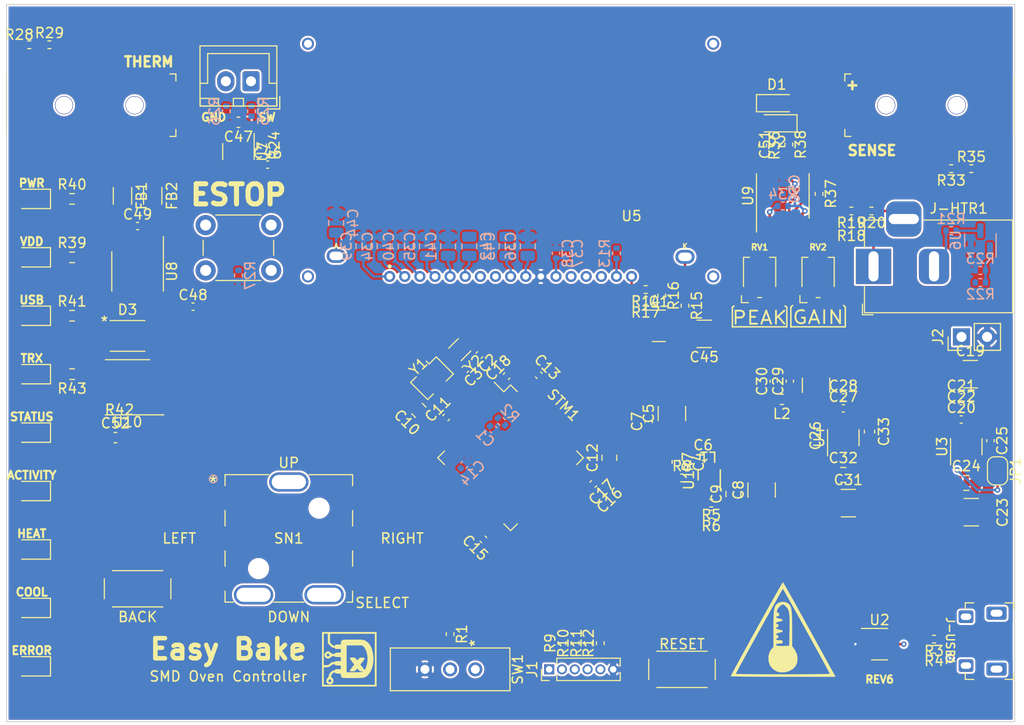
<source format=kicad_pcb>
(kicad_pcb (version 20221018) (generator pcbnew)
  (title_block (title "EasyBake") (rev "6") (company "Daxxn Induxtries"))
  (layers (0 "F.Cu" signal) (31 "B.Cu" signal) (34 "B.Paste" user) (35 "F.Paste" user) (36 "B.SilkS" user "B.Silkscreen") (37 "F.SilkS" user "F.Silkscreen") (38 "B.Mask" user) (39 "F.Mask" user) (44 "Edge.Cuts" user))
  (property "DCPL-CAP" "100nF")
  (property "PULLUP-RES" "10K")
  (net 0 "")
  (net 1 "VBUS")
  (net 2 "/USBIN-")
  (net 3 "/USBIN+")
  (net 4 "GND")
  (net 5 "/TX-IND")
  (net 6 "SPI-SCLK")
  (net 7 "SPI-COPI")
  (net 8 "SPI-CIPO")
  (net 9 "RESET")
  (net 10 "VCC")
  (net 11 "Net-(STM1C-PC14)")
  (net 12 "/IND-OE")
  (net 13 "Net-(STM1C-PC15)")
  (net 14 "Net-(U1-FB)")
  (net 15 "VDDA")
  (net 16 "Net-(U3-BP)")
  (net 17 "Net-(U4-OUT)")
  (net 18 "Net-(U4-BP)")
  (net 19 "/IND-LE")
  (net 20 "Net-(FB1-Pad2)")
  (net 21 "Net-(FB2-Pad2)")
  (net 22 "Net-(Q1-D)")
  (net 23 "Net-(C47-Pad1)")
  (net 24 "VDD")
  (net 25 "Net-(U5-V_{0})")
  (net 26 "Net-(U5-V_{1})")
  (net 27 "Net-(U5-V_{2})")
  (net 29 "Net-(U5-V_{3})")
  (net 30 "Net-(U5-V_{4})")
  (net 31 "Net-(J-SENSE1-PadS)")
  (net 32 "Net-(U5-V_{OUT})")
  (net 33 "Net-(U5-C2-)")
  (net 34 "Net-(U5-C2+)")
  (net 35 "Net-(U5-C1+)")
  (net 36 "Net-(U5-C1-)")
  (net 37 "Net-(J-ESTOP1-Pin_1)")
  (net 38 "Net-(D-USB1-K)")
  (net 39 "Net-(D-VCC1-K)")
  (net 40 "/ESTOP-SW")
  (net 41 "/DISP-A0")
  (net 42 "/CURR-SENSE-SW")
  (net 43 "Net-(U8-T+)")
  (net 44 "Net-(U8-T-)")
  (net 45 "/HTR-PWM")
  (net 46 "/HTR-SW")
  (net 47 "/DISP-BK-PWM")
  (net 48 "Net-(U6-D)")
  (net 49 "Net-(D2-K)")
  (net 50 "/CURR-PEAK")
  (net 51 "/CURR-SENSE")
  (net 52 "Net-(J-SENSE1-PadSW)")
  (net 53 "Net-(J-USB1-D-)")
  (net 54 "Net-(J-USB1-D+)")
  (net 56 "Net-(J-HTR1-Pad1)")
  (net 57 "Net-(D-VDD1-K)")
  (net 58 "Net-(D1-K)")
  (net 59 "Net-(D1-A)")
  (net 60 "/Indicators/IND-ACT")
  (net 61 "/Indicators/IND-COOL")
  (net 62 "/Indicators/IND-ERR")
  (net 63 "/Indicators/IND-HEAT")
  (net 64 "/Indicators/IND-STATUS")
  (net 65 "/Indicators/IND-RED")
  (net 66 "/Indicators/IND-GREEN")
  (net 67 "/Indicators/IND-BLUE")
  (net 68 "Net-(J-ESTOP1-Pin_2)")
  (net 69 "Net-(J-HTR1-Pad2)")
  (net 70 "Net-(U5-LED-)")
  (net 71 "Net-(U6-G)")
  (net 72 "Net-(U10-R-EXT)")
  (net 73 "Net-(SW-ESTOP1-A)")
  (net 75 "Net-(D-TX1-K)")
  (net 76 "Net-(J-HTR1-Pad3)")
  (net 77 "Net-(U9B-+)")
  (net 78 "Net-(J-THERM1-PadSW)")
  (net 80 "Net-(U1-LX)")
  (net 81 "Net-(Q1-G)")
  (net 82 "Net-(STM1B-BOOT0)")
  (net 83 "Net-(SW1-B)")
  (net 84 "/MAIN-PG")
  (net 85 "Net-(U1-EN)")
  (net 86 "Net-(J1-Pin_2)")
  (net 87 "Net-(J1-Pin_3)")
  (net 88 "/SWCLK")
  (net 89 "Net-(J1-Pin_4)")
  (net 90 "/SWDIO")
  (net 91 "Net-(J1-Pin_5)")
  (net 92 "/SWO")
  (net 93 "/DISP-~{RESET}")
  (net 94 "/DISP-~{CS}")
  (net 95 "/THERM-SW")
  (net 96 "/THERM-~{CS}")
  (net 97 "/CURR-BIAS")
  (net 98 "Net-(U9B--)")
  (net 99 "Net-(U9A-+)")
  (net 100 "/MENU-LEFT")
  (net 101 "/MENU-SELECT")
  (net 102 "/MENU-UP")
  (net 103 "/MENU-RIGHT")
  (net 104 "/MENU-DOWN")
  (net 106 "Net-(STM1B-OSC-IN)")
  (net 107 "Net-(STM1B-OSC-OUT)")
  (net 112 "DISP-SPI-SCLK")
  (net 113 "DISP-SPI-COPI")
  (net 115 "/MENU-BACK")
  (net 126 "Net-(JP1-A)")
  (footprint "Capacitor_SMD:C_0603_1608Metric" (layer "F.Cu") (at 100.6 62.4 -90)
    (fp_text reference "C33")
    (fp_text value "470pF")
  )
  (footprint "Inductor_SMD:L_0603_1608Metric" (layer "F.Cu") (at 91.899999 59.2 180)
    (fp_text reference "L2")
    (fp_text value "100nH")
  )
  (footprint "Capacitor_SMD:C_0402_1005Metric" (layer "F.Cu") (at 78.7 61.4 90)
    (fp_text reference "C7")
    (fp_text value "100nF")
  )
  (footprint "Capacitor_SMD:C_0402_1005Metric" (layer "F.Cu") (at 84.1 64.9)
    (fp_text reference "C6")
    (fp_text value "100nF")
  )
  (footprint "Resistor_SMD:R_0402_1005Metric" (layer "F.Cu") (at 72.7 83.4 90)
    (fp_text reference "R11")
    (fp_text value "22")
  )
  (footprint "Package_SO:TSSOP-16_4.4x5mm_P0.65mm" (layer "F.Cu") (at 27 58 180)
    (fp_text reference "U10")
    (fp_text value "STP08CP05")
  )
  (footprint "Capacitor_SMD:C_0402_1005Metric" (layer "F.Cu") (at 64.6 56.9 45)
    (fp_text reference "C18")
    (fp_text value "100nF")
  )
  (footprint "Resistor_SMD:R_0402_1005Metric" (layer "F.Cu") (at 108.7 36.3 180)
    (fp_text reference "R33")
    (fp_text value "10K")
  )
  (footprint "Daxxn_Displays:NHD-C12832A1Z" (layer "F.Cu") (at 65 47)
    (fp_text reference "U5")
    (fp_text value "NHD-C12832A1Z")
  )
  (footprint "Daxxn_Connectors:SJ-43515RS-SMT-TR" (layer "F.Cu") (at 113.755 30 180)
    (fp_text reference "J-SENSE1" hide)
    (fp_text value "SJ-43515RS-SMT-TR")
  )
  (footprint "Capacitor_SMD:C_0402_1005Metric" (layer "F.Cu") (at 61.9 54.8 -135)
    (fp_text reference "C2")
    (fp_text value "15pF")
  )
  (footprint "LED_SMD:LED_0805_2012Metric_Pad1.15x1.40mm_HandSolder" (layer "F.Cu") (at 17.5 62.5 180)
    (fp_text reference "D-STA1" hide)
    (fp_text value "YELLOW")
  )
  (footprint "Resistor_SMD:R_0402_1005Metric" (layer "F.Cu") (at 110.7 36.3)
    (fp_text reference "R35")
    (fp_text value "100")
  )
  (footprint "Daxxn_Passives:Resonator_SMD_3Pin_3.0x1.1mm" (layer "F.Cu") (at 57.2 57.1 -135)
    (fp_text reference "Y1")
    (fp_text value "16MHz")
  )
  (footprint "Resistor_SMD:R_0402_1005Metric" (layer "F.Cu") (at 92.6 33.9 -90)
    (fp_text reference "R38")
    (fp_text value "10K")
  )
  (footprint "Capacitor_SMD:C_1210_3225Metric" (layer "F.Cu") (at 84.2 52.7 180)
    (fp_text reference "C45")
    (fp_text value "10uF")
  )
  (footprint "Jumper:SolderJumper-2_P1.3mm_Open_RoundedPad1.0x1.5mm" (layer "F.Cu") (at 113.3 66.3 -90)
    (fp_text reference "JP1")
    (fp_text value "USB-PWR-EN")
  )
  (footprint "Resistor_SMD:R_0402_1005Metric" (layer "F.Cu") (at 78.4 49.4 180)
    (fp_text reference "R17")
    (fp_text value "1K")
  )
  (footprint "Resistor_SMD:R_0402_1005Metric" (layer "F.Cu") (at 73.9 83.4 90)
    (fp_text reference "R12")
    (fp_text value "22")
  )
  (footprint "Package_TO_SOT_SMD:SOT-23-5" (layer "F.Cu") (at 38 34.6 -90)
    (fp_text reference "U7")
    (fp_text value "SN74LVC1G32")
  )
  (footprint "Diode_SMD:D_SOD-323_HandSoldering" (layer "F.Cu") (at 91.4 29.8)
    (fp_text reference "D1")
    (fp_text value "General")
  )
  (footprint "Resistor_SMD:R_0402_1005Metric" (layer "F.Cu") (at 107 84 180)
    (fp_text reference "R4")
    (fp_text value "22")
  )
  (footprint "Daxxn_Connectors:USB-10103594" (layer "F.Cu") (at 113.2 83.2 90)
    (fp_text reference "J-USB1")
    (fp_text value "USB_B_Micro")
  )
  (footprint "Capacitor_SMD:C_0402_1005Metric" (layer "F.Cu") (at 74 68.4 -135)
    (fp_text reference "C16")
    (fp_text value "100nF")
  )
  (footprint "Capacitor_SMD:C_0402_1005Metric" (layer "F.Cu") (at 73.2 67.6 -135)
    (fp_text reference "C17")
    (fp_text value "100nF")
  )
  (footprint "Capacitor_SMD:C_0805_2012Metric" (layer "F.Cu") (at 74.8 65 90)
    (fp_text reference "C12")
    (fp_text value "4.7uF")
  )
  (footprint "Package_TO_SOT_SMD:SOT-23-5" (layer "F.Cu") (at 98 63 90)
    (fp_text reference "U4")
    (fp_text value "MIC5219-3.3YM5")
  )
  (footprint "Capacitor_SMD:C_0402_1005Metric" (layer "F.Cu") (at 60.5 56.2 -135)
    (fp_text reference "C3")
    (fp_text value "15pF")
  )
  (footprint "Resistor_SMD:R_0402_1005Metric" (layer "F.Cu") (at 40.4 34 -90)
    (fp_text reference "R24")
    (fp_text value "10K")
  )
  (footprint "Resistor_SMD:R_0402_1005Metric" (layer "F.Cu") (at 26.2 61.4)
    (fp_text reference "R42")
    (fp_text value "2K")
  )
  (footprint "Package_QFP:LQFP-64_10x10mm_P0.5mm" (layer "F.Cu") (at 65 65 -45)
    (fp_text reference "STM1")
    (fp_text value "STM32F303RCT6TR")
  )
  (footprint "Resistor_SMD:R_0402_1005Metric" (layer "F.Cu") (at 71.4 83.4 90)
    (fp_text reference "R10")
    (fp_text value "22")
  )
  (footprint "Package_DFN_QFN:DFN-6-1EP_2x2mm_P0.65mm_EP1x1.6mm" (layer "F.Cu") (at 84.7 67.2 90)
    (fp_text reference "U1")
    (fp_text value "AP3401")
  )
  (footprint "Capacitor_SMD:C_0402_1005Metric" (layer "F.Cu") (at 91.1 57.4 90)
    (fp_text reference "C30")
    (fp_text value "100nF")
  )
  (footprint "Daxxn_Passives:LQH3NPN" (layer "F.Cu") (at 84.6 62.7 180)
    (fp_text reference "L1")
    (fp_text value "2.2uF")
  )
  (footprint "Capacitor_SMD:C_0805_2012Metric" (layer "F.Cu") (at 87.1 68.6 90)
    (fp_text reference "C9")
    (fp_text value "1uF")
  )
  (footprint "Capacitor_SMD:C_0402_1005Metric" (layer "F.Cu") (at 109.7 61.2)
    (fp_text reference "C20")
    (fp_text value "100nF")
  )
  (footprint "Resistor_SMD:R_0402_1005Metric" (layer "F.Cu") (at 82 67)
    (fp_text reference "R8")
    (fp_text value "100K")
  )
  (footprint "Resistor_SMD:R_0402_1005Metric" (layer "F.Cu") (at 80 48.9 -90)
    (fp_text reference "R16")
    (fp_text value "10K")
  )
  (footprint "Capacitor_SMD:C_0402_1005Metric" (layer "F.Cu") (at 28 42)
    (fp_text reference "C49")
    (fp_text value "10nF")
  )
  (footprint "Button_Switch_THT:SW_PUSH_6mm_H8mm" (layer "F.Cu") (at 41.25 46.4 180)
    (fp_text reference "SW-ESTOP1" hide)
    (fp_text value "SW_SPST")
  )
  (footprint "Daxxn_Switches:TL3365AF180QG" (layer "F.Cu") (at 82 86 180)
    (fp_text reference "SW-RESET1" hide)
    (fp_text value "SW_SPST")
  )
  (footprint "Resistor_SMD:R_0402_1005Metric" (layer "F.Cu") (at 90 34 -90)
    (fp_text reference "R36")
    (fp_text value "10K")
  )
  (footprint "Daxxn_Passives:Crystal_SMD_3215-2Pin_3.2x1.5mm" (layer "F.Cu") (at 59.958579 54.258579 -135)
    (fp_text reference "Y2")
    (fp_text value "32.7KHz")
  )
  (footprint "Capacitor_SMD:C_0805_2012Metric" (layer "F.Cu") (at 55.9 60.3 135)
    (fp_text reference "C10")
    (fp_text value "1uF")
  )
  (footprint "Capacitor_SMD:C_0603_1608Metric" (layer "F.Cu") (at 25.8 63)
    (fp_text reference "C52")
    (fp_text value "100nF")
  )
  (footprint "LED_SMD:LED_0805_2012Metric_Pad1.15x1.40mm_HandSolder" (layer "F.Cu") (at 17.5 68.3 180)
    (fp_text reference "D-ACT1" hide)
    (fp_text value "GREEN")
  )
  (footprint "LED_SMD:LED_0805_2012Metric_Pad1.15x1.40mm_HandSolder" (layer "F.Cu") (at 17.5 56.7 180)
    (fp_text reference "D-TX1")
    (fp_text value "YELLOW")
  )
  (footprint "Capacitor_SMD:C_0402_1005Metric" (layer "F.Cu") (at 82.5 65.4 -90)
    (fp_text reference "C4")
    (fp_text value "22pF")
  )
  (footprint "Resistor_SMD:R_0402_1005Metric" (layer "F.Cu") (at 84.9 70.6 180)
    (fp_text reference "R6")
    (fp_text value "10K")
  )
  (footprint "Capacitor_SMD:C_0402_1005Metric" (layer "F.Cu") (at 112.6 63.3 -90)
    (fp_text reference "C25")
    (fp_text value "470pF")
  )
  (footprint "LED_SMD:LED_0805_2012Metric_Pad1.15x1.40mm_HandSolder" (layer "F.Cu") (at 17.5 50.9 180)
    (fp_text reference "D-USB1" hide)
    (fp_text value "YELLOW")
  )
  (footprint "LED_SMD:LED_0805_2012Metric_Pad1.15x1.40mm_HandSolder" (layer "F.Cu") (at 17.5 79.9 180)
    (fp_text reference "D-COOL1" hide)
    (fp_text value "BLUE")
  )
  (footprint "Daxxn_Switches:JS5208" (layer "F.Cu") (at 43 73)
    (fp_text reference "SN1")
    (fp_text value "JS5208")
  )
  (footprint "Package_SO:SO-8_3.9x4.9mm_P1.27mm" (layer "F.Cu") (at 28 46.5 -90)
    (fp_text reference "U8")
    (fp_text value "MAX31855_SO8")
  )
  (footprint "Capacitor_SMD:C_1210_3225Metric" (layer "F.Cu") (at 81 60.6 90)
    (fp_text reference "C5")
    (fp_text value "10uF")
  )
  (footprint "Package_TO_SOT_SMD:SOT-23-6" (layer "F.Cu") (at 101.6 83.5)
    (fp_text reference "U2")
    (fp_text value "USBLC6-2SC6")
  )
  (footprint "Resistor_SMD:R_0402_1005Metric" (layer "F.Cu") (at 17.255 24 180)
    (fp_text reference "R28")
    (fp_text value "10K")
  )
  (footprint "Resistor_SMD:R_0402_1005Metric" (layer "F.Cu") (at 100.8 40.5 180)
    (fp_text reference "R20")
    (fp_text value "100")
  )
  (footprint "Resistor_SMD:R_0402_1005Metric" (layer "F.Cu") (at 95.6 38.8 -90)
    (fp_text reference "R37")
    (fp_text value "1K")
  )
  (footprint "Diode_SMD:D_SOD-323_HandSoldering" (layer "F.Cu") (at 91.4 31.800001 180)
    (fp_text reference "D2")
    (fp_text value "General")
  )
  (footprint "Capacitor_SMD:C_0402_1005Metric" (layer "F.Cu") (at 62.3 73.1 135)
    (fp_text reference "C15")
    (fp_text value "100nF")
  )
  (footprint "Resistor_SMD:R_0603_1608Metric" (layer "F.Cu") (at 21.5 56.7 180)
    (fp_text reference "R43")
    (fp_text value "330")
  )
  (footprint "Daxxn_Connectors:BarrelJack_Horizontal" (layer "F.Cu") (at 101 46 180)
    (fp_text reference "J-HTR1")
    (fp_text value "Barrel_Jack_Switch")
  )
  (footprint "Resistor_SMD:R_0603_1608Metric" (layer "F.Cu") (at 21.5 50.9)
    (fp_text reference "R41")
    (fp_text value "1K")
  )
  (footprint "Inductor_SMD:L_1206_3216Metric" (layer "F.Cu") (at 26.5 39 90)
    (fp_text reference "FB1")
    (fp_text value "FerriteBead")
  )
  (footprint "Resistor_SMD:R_0402_1005Metric" (layer "F.Cu") (at 81.4 65.4 -90)
    (fp_text reference "R7")
    (fp_text value "430K")
  )
  (footprint "Capacitor_SMD:C_0805_2012Metric" (layer "F.Cu") (at 98 66.7)
    (fp_text reference "C32")
    (fp_text value "1uF")
  )
  (footprint "Resistor_SMD:R_0402_1005Metric" (layer "F.Cu") (at 70.1 83.4 90)
    (fp_text reference "R9")
    (fp_text value "22")
  )
  (footprint "Capacitor_SMD:C_0402_1005Metric" (layer "F.Cu") (at 98 59)
    (fp_text reference "C28")
    (fp_text value "100nF")
  )
  (footprint "LED_SMD:LED_0805_2012Metric_Pad1.15x1.40mm_HandSolder" (layer "F.Cu") (at 17.5 85.7 180)
    (fp_text reference "D-ERR1" hide)
    (fp_text value "RED")
  )
  (footprint "Daxxn_Switches:Bourns_TC33X" (layer "F.Cu") (at 95.5 47 90)
    (fp_text reference "RV2")
    (fp_text value "50K")
  )
  (footprint "Daxxn_Switches:EG1218" (layer "F.Cu") (at 61.5 86 -90)
    (fp_text reference "SW1")
    (fp_text value "BOOT")
  )
  (footprint "Resistor_SMD:R_0402_1005Metric" (layer "F.Cu") (at 19.255 24)
    (fp_text reference "R29")
    (fp_text value "100")
  )
  (footprint "Capacitor_SMD:C_0402_1005Metric" (layer "F.Cu") (at 67.8 56.8 -45)
    (fp_text reference "C13")
    (fp_text value "100nF")
  )
  (footprint "Capacitor_SMD:C_1210_3225Metric" (layer "F.Cu") (at 89.9 68.2 90)
    (fp_text reference "C8")
    (fp_text value "10uF")
  )
  (footprint "Inductor_SMD:L_1206_3216Metric" (layer "F.Cu") (at 29.5 39 90)
    (fp_text reference "FB2")
    (fp_text value "FerriteBead")
  )
  (footprint "Capacitor_SMD:C_1210_3225Metric" (layer "F.Cu") (at 110.699999 70.4)
    (fp_text reference "C23")
    (fp_text value "10uF")
  )
  (footprint "Capacitor_SMD:C_0603_1608Metric" (layer "F.Cu") (at 38 31.7 180)
    (fp_text reference "C47")
    (fp_text value "1uF")
  )
  (footprint "Capacitor_SMD:C_0402_1005Metric" (layer "F.Cu") (at 109.7 60.1)
    (fp_text reference "C22")
    (fp_text value "100nF")
  )
  (footprint "Daxxn_Logos_Art:Thermometer_N" (layer "F.Cu") (at 92 82)
    (fp_text reference "G***" hide)
    (fp_text value "LOGO" hide)
  )
  (footprint "Capacitor_SMD:C_0402_1005Metric" (layer "F.Cu") (at 109.7 59)
    (fp_text reference "C21")
    (fp_text value "100nF")
  )
  (footprint "Resistor_SMD:R_0402_1005Metric" (layer "F.Cu") (at 107 83 180)
    (fp_text reference "R3")
    (fp_text value "22")
  )
  (footprint "LED_SMD:LED_0805_2012Metric_Pad1.15x1.40mm_HandSolder" (layer "F.Cu") (at 17.5 39.3 180)
    (fp_text reference "D-VCC1")
    (fp_text value "YELLOW")
  )
  (footprint "Capacitor_SMD:C_0402_1005Metric" (layer "F.Cu") (at 92.7 57.4 90)
    (fp_text reference "C29")
    (fp_text value "100nF")
  )
  (footprint "Package_SO:TSSOP-14_4.4x5mm_P0.65mm" (layer "F.Cu") (at 92 39 90)
    (fp_text reference "U9")
    (fp_text value "LM324")
  )
  (footprint "Daxxn_Switches:Bourns_TC33X" (layer "F.Cu") (at 89.7 47 90)
    (fp_text reference "RV1")
    (fp_text value "10K")
  )
  (footprint "Capacitor_SMD:C_0402_1005Metric" (layer "F.Cu") (at 33.5 50)
    (fp_text reference "C48")
    (fp_text value "100nF")
  )
  (footprint "Resistor_SMD:R_0402_1005Metric" (layer "F.Cu") (at 98.8 40.5 180)
    (fp_text reference "R19")
    (fp_text value "10K")
  )
  (footprint "Daxxn_Logos_Art:Daxxn_Logo_S" (layer "F.Cu") (at 49 85)
    (fp_text reference "G***" hide)
    (fp_text value "LOGO" hide)
  )
  (footprint "Capacitor_SMD:C_1210_3225Metric" (layer "F.Cu") (at 95.3 57.8 90)
    (fp_text reference "C26")
    (fp_text value "10uF")
  )
  (footprint "Daxxn_LEDs:IN-P32TATRGB" (layer "F.Cu") (at 27 52.9)
    (fp_text reference "D3")
    (fp_text value "LED_RGBA")
  )
  (footprint "Package_TO_SOT_SMD:SOT-23" (layer "F.Cu") (at 79.7 51.9)
    (fp_text reference "Q1")
    (fp_text value "SQ2310ES_SOT23")
  )
  (footprint "Capacitor_SMD:C_0805_2012Metric" (layer "F.Cu") (at 110.2 67.499999)
    (fp_text reference "C24")
    (fp_text value "1uF")
  )
  (footprint "Resistor_SMD:R_0402_1005Metric" (layer "F.Cu") (at 82.3 49.9 -90)
    (fp_text reference "R15")
    (fp_text value "100")
  )
  (footprint "Connector_PinHeader_1.27mm:PinHeader_1x06_P1.27mm_Vertical" (layer "F.Cu") (at 68.825 86 90)
    (fp_text reference "J1")
    (fp_text value "SWD")
  )
  (footprint "Connector_PinHeader_2.54mm:PinHeader_1x02_P2.54mm_Vertical" (layer "F.Cu") (at 109.725 53 90)
    (fp_text reference "J2")
    (fp_text value "PWR")
  )
  (footprint "Resistor_SMD:R_0603_1608Metric" (layer "F.Cu") (at 21.5 39.3)
    (fp_text reference "R40")
    (fp_text value "1K")
  )
  (footprint "Resistor_SMD:R_0603_1608Metric" (layer "F.Cu") (at 21.5 45.1)
    (fp_text reference "R39")
    (fp_text value "330")
  )
  (footprint "Package_TO_SOT_SMD:SOT-23-5" (layer "F.Cu") (at 110.2 63.9 90)
    (fp_text reference "U3")
    (fp_text value "MIC5219-5.0YM5")
  )
  (footprint "Daxxn_Switches:TL3365AF180QG" (layer "F.Cu") (at 28 78)
    (fp_text reference "SW-M-BK1" hide)
    (fp_text value "SW_SPST")
  )
  (footprint "Resistor_SMD:R_0402_1005Metric" (layer "F.Cu") (at 59 82.5 -90)
    (fp_text reference "R1")
    (fp_text value "10K")
  )
  (footprint "Capacitor_SMD:C_0402_1005Metric" (layer "F.Cu") (at 58.6 61 45)
    (fp_text reference "C11")
    (fp_text value "10nF")
  )
  (footprint "Connector_JST:JST_XH_B2B-XH-A_1x02_P2.50mm_Vertical" (layer "F.Cu") (at 39.25 27.625 180)
    (fp_text reference "J-ESTOP1" hide)
    (fp_text value "Conn_01x02")
  )
  (footprint "Capacitor_SMD:C_1210_3225Metric" (layer "F.Cu") (at 98.5 69.5)
    (fp_text reference "C31")
    (fp_text value "10uF")
  )
  (footprint "Capacitor_SMD:C_0402_1005Metric" (layer "F.Cu") (at 98 60.1)
    (fp_text reference "C27")
    (fp_text value "100nF")
  )
  (footprint "Capacitor_SMD:C_0402_1005Metric" (layer "F.Cu") (at 40.9 35.9)
    (fp_text reference "C46")
    (fp_text value "100nF")
  )
  (footprint "Daxxn_Connectors:SJ-43515RS-SMT-TR" (layer "F.Cu") (at 16.2 30)
    (fp_text reference "J-THERM1" hide)
    (fp_text value "SJ-43515RS-SMT-TR")
  )
  (footprint "Resistor_SMD:R_0402_1005Metric" (layer "F.Cu") (at 84.9 69.5 180)
    (fp_text reference "R5")
    (fp_text value "10K")
  )
  (footprint "LED_SMD:LED_0805_2012Metric_Pad1.15x1.40mm_HandSolder" (layer "F.Cu") (at 17.5 45.1 180)
    (fp_text reference "D-VDD1")
    (fp_text value "YELLOW")
  )
  (footprint "Capacitor_SMD:C_0402_1005Metric" (layer "F.Cu") (at 91.4 33.9 90)
    (fp_text reference "C51")
    (fp_text value "100nF")
  )
  (footprint "LED_SMD:LED_0805_2012Metric_Pad1.15x1.40mm_HandSolder" (layer "F.Cu") (at 17.5 74.1 180)
    (fp_text reference "D-HEAT1" hide)
    (fp_text value "ORANGE")
  )
  (footprint "Resistor_SMD:R_0402_1005Metric" (layer "F.Cu") (at 78.4 48.3 180)
    (fp_text reference "R14")
    (fp_text value "10K")
  )
  (footprint "Resistor_SMD:R_0402_1005Metric" (layer "F.Cu") (at 98.8 41.8 180)
    (fp_text reference "R18")
    (fp_text value "100")
  )
  (footprint "Capacitor_SMD:C_1210_3225Metric" (layer "F.Cu") (at 110.6 56.7)
    (fp_text reference "C19")
    (fp_text value "10uF")
  )
  (footprint "Capacitor_SMD:C_0805_2012Metric" (layer "B.Cu") (at 50.4 44 -90)
    (fp_text reference "C39")
    (fp_text value "1uF")
  )
  (footprint "Capacitor_SMD:C_0402_1005Metric" (layer "B.Cu") (at 60.4 65.7 45)
    (fp_text reference "C14")
    (fp_text value "100nF")
  )
  (footprint "Package_TO_SOT_SMD:SOT-23" (layer "B.Cu") (at 111.6 43.4 90)
    (fp_text reference "U6")
    (fp_text value "SQ2310ES_SOT23")
  )
  (footprint "Capacitor_SMD:C_0805_2012Metric" (layer "B.Cu") (at 52.5 44 -90)
    (fp_text reference "C34")
    (fp_text value "1uF")
  )
  (footprint "Capacitor_SMD:C_0805_2012Metric" (layer "B.Cu") (at 47.7 41.7 90)
    (fp_text reference "C44")
    (fp_text value "1uF")
  )
  (footprint "Resistor_SMD:R_0402_1005Metric" (layer "B.Cu") (at 108.7 42.4575 180)
    (fp_text reference "R21")
    (fp_text value "100")
  )
  (footprint "Capacitor_SMD:C_0402_1005Metric" (layer "B.Cu") (at 92 38.3 90)
    (fp_text reference "C50")
    (fp_text value "100nF")
  )
  (footprint "Capacitor_SMD:C_0402_1005Metric" (layer "B.Cu") (at 63.3 62.2 -45)
    (fp_text reference "C1")
    (fp_text value "100nF")
  )
  (footprint "Capacitor_SMD:C_0805_2012Metric" (layer "B.Cu") (at 66.7 44 -90)
    (fp_text reference "C36")
    (fp_text value "1uF")
  )
  (footprint "Resistor_SMD:R_0402_1005Metric" (layer "B.Cu") (at 36.8 30.6 -90)
    (fp_text reference "R26")
    (fp_text value "22")
  )
  (footprint "Resistor_SMD:R_0402_1005Metric" (layer "B.Cu") (at 111.6 46.4 180)
    (fp_text reference "R23")
    (fp_text value "10K")
  )
  (footprint "Resistor_SMD:R_0402_1005Metric" (layer "B.Cu") (at 38 46.899999 90)
    (fp_text reference "R27")
    (fp_text value "10K")
  )
  (footprint "Resistor_SMD:R_0402_1005Metric" (layer "B.Cu") (at 39.3 30.6 90)
    (fp_text reference "R25")
    (fp_text value "22")
  )
  (footprint "Resistor_SMD:R_0402_1005Metric" (layer "B.Cu") (at 92 40 180)
    (fp_text reference "R34")
    (fp_text value "100")
  )
  (footprint "Resistor_SMD:R_0402_1005Metric" (layer "B.Cu") (at 75.5 44.7 -90)
    (fp_text reference "R13")
    (fp_text value "10K")
  )
  (footprint "Capacitor_SMD:C_0402_1005Metric" (layer "B.Cu") (at 70.5 44.7 90)
    (fp_text reference "C37")
    (fp_text value "100nF")
  )
  (footprint "Capacitor_SMD:C_0805_2012Metric" (layer "B.Cu") (at 54.6 44 -90)
    (fp_text reference "C40")
    (fp_text value "1uF")
  )
  (footprint "Capacitor_SMD:C_0805_2012Metric" (layer "B.Cu") (at 64.6 44 -90)
    (fp_text reference "C43")
    (fp_text value "2.2uF")
  )
  (footprint "Resistor_SMD:R_0402_1005Metric" (layer "B.Cu") (at 64.1 61.4 135)
    (fp_text reference "R2")
    (fp_text value "10K")
  )
  (footprint "Capacitor_SMD:C_0805_2012Metric" (layer "B.Cu") (at 60.9 44 90)
    (fp_text reference "C42")
    (fp_text value "2.2uF")
  )
  (footprint "Capacitor_SMD:C_0805_2012Metric" (layer "B.Cu") (at 58.8 44 -90)
    (fp_text reference "C41")
    (fp_text value "1uF")
  )
  (footprint "Resistor_SMD:R_0402_1005Metric" (layer "B.Cu") (at 111.6 47.6)
    (fp_text reference "R22")
    (fp_text value "100")
  )
  (footprint "Capacitor_SMD:C_0805_2012Metric" (layer "B.Cu") (at 56.7 44 -90)
    (fp_text reference "C35")
    (fp_text value "1uF")
  )
  (footprint "Capacitor_SMD:C_0402_1005Metric" (layer "B.Cu") (at 69.5 44.7 90)
    (fp_text reference "C38")
    (fp_text value "100nF")
  )
  (gr_line (start 92.97 49.875) (end 92.8 50.05) (stroke (width 0.15)) (layer "F.SilkS"))
  (gr_line (start 87 50.05) (end 87.16 49.925) (stroke (width 0.15)) (layer "F.SilkS"))
  (gr_line (start 92.8 50.05) (end 92.8 52) (stroke (width 0.15)) (layer "F.SilkS"))
  (gr_line (start 87 52) (end 92.4 52) (stroke (width 0.15)) (layer "F.SilkS"))
  (gr_line (start 92.4 50.05) (end 92.23 49.925) (stroke (width 0.15)) (layer "F.SilkS"))
  (gr_line (start 92.8 52) (end 98.2 52) (stroke (width 0.15)) (layer "F.SilkS"))
  (gr_line (start 98.2 50.05) (end 98.04 49.875) (stroke (width 0.15)) (layer "F.SilkS"))
  (gr_line (start 92.4 52) (end 92.4 50.05) (stroke (width 0.15)) (layer "F.SilkS"))
  (gr_line (start 87 52) (end 87 50.05) (stroke (width 0.15)) (layer "F.SilkS"))
  (gr_line (start 98.2 52) (end 98.2 50.05) (stroke (width 0.15)) (layer "F.SilkS"))
  (gr_rect (start 15 20) (end 115 91.2) (stroke (width 0.1)) (fill none) (layer "Edge.Cuts"))
  (gr_text "GAIN" (at 95.5 51.05) (layer "F.SilkS") (effects (font (size 1.3 1.5) (thickness 0.18))))
  (gr_text "PWR" (at 17.5 38.2) (layer "F.SilkS") (effects (font (size 0.8 0.8) (thickness 0.2)) (justify bottom)))
  (gr_text "UP" (at 43 65.5) (layer "F.SilkS") (effects (font (size 1 1))))
  (gr_text "LEFT" (at 33.9 73) (layer "F.SilkS") (effects (font (size 1 1)) (justify right)))
  (gr_text "ACTIVITY" (at 17.5 67.2) (layer "F.SilkS") (effects (font (size 0.8 0.8) (thickness 0.2)) (justify bottom)))
  (gr_text "VDD" (at 17.5 44) (layer "F.SilkS") (effects (font (size 0.8 0.8) (thickness 0.2)) (justify bottom)))
  (gr_text "HEAT" (at 17.5 73) (layer "F.SilkS") (effects (font (size 0.8 0.8) (thickness 0.2)) (justify bottom)))
  (gr_text "+" (at 98.9 28.1 180) (layer "F.SilkS") (effects (font (size 1 1) (thickness 0.25))))
  (gr_text "RESET" (at 82 83.5) (layer "F.SilkS") (effects (font (size 1 1))))
  (gr_text "Easy Bake" (at 37 84) (layer "F.SilkS") (effects (font (size 2 2) (thickness 0.45))))
  (gr_text "ERROR" (at 17.5 84.6) (layer "F.SilkS") (effects (font (size 0.8 0.8) (thickness 0.2)) (justify bottom)))
  (gr_text "DOWN" (at 43 80.8) (layer "F.SilkS") (effects (font (size 1 1))))
  (gr_text "BACK" (at 28 80.8) (layer "F.SilkS") (effects (font (size 1 1))))
  (gr_text "COOL" (at 17.5 78.8) (layer "F.SilkS") (effects (font (size 0.8 0.8) (thickness 0.2)) (justify bottom)))
  (gr_text "SELECT" (at 49.5 79.4) (layer "F.SilkS") (effects (font (size 1 1)) (justify left)))
  (gr_text "REV6" (at 101.6 87) (layer "F.SilkS") (effects (font (size 0.75 0.75) (thickness 0.1875))))
  (gr_text "STATUS" (at 17.5 61.4) (layer "F.SilkS") (effects (font (size 0.8 0.8) (thickness 0.2)) (justify bottom)))
  (gr_text "USB" (at 17.5 49.8) (layer "F.SilkS") (effects (font (size 0.8 0.8) (thickness 0.2)) (justify bottom)))
  (gr_text "SENSE" (at 98.3 34.5) (layer "F.SilkS") (effects (font (size 1 1) (thickness 0.25)) (justify left)))
  (gr_text "THERM" (at 31.7 25.7) (layer "F.SilkS") (effects (font (size 1 1) (thickness 0.25)) (justify right)))
  (gr_text "GND" (at 34.2 31.2) (layer "F.SilkS") (effects (font (size 0.8 0.8) (thickness 0.2)) (justify left)))
  (gr_text "SW" (at 41.8 31.2) (layer "F.SilkS") (effects (font (size 0.8 0.8) (thickness 0.2)) (justify right)))
  (gr_text "SMD Oven Controller" (at 37 86.7) (layer "F.SilkS") (effects (font (size 1 1))))
  (gr_text "TRX" (at 17.5 55.6) (layer "F.SilkS") (effects (font (size 0.8 0.8) (thickness 0.2)) (justify bottom)))
  (gr_text "RIGHT" (at 52 73) (layer "F.SilkS") (effects (font (size 1 1)) (justify left)))
  (gr_text "PEAK" (at 89.7 51.1) (layer "F.SilkS") (effects (font (size 1.3 1.45) (thickness 0.18))))
  (gr_text "ESTOP" (at 38 38.9) (layer "F.SilkS") (effects (font (size 2 2) (thickness 0.5))))
  (segment (start 109 84.5) (end 108.6 84.9) (width 0.25) (layer "F.Cu") (net 1))
  (segment (start 113.3 66.95) (end 113.3 68.2) (width 0.25) (layer "F.Cu") (net 1))
  (segment (start 110.315 84.5) (end 109 84.5) (width 0.25) (layer "F.Cu") (net 1))
  (segment (start 102.7375 83.5) (end 104 83.5) (width 0.25) (layer "F.Cu") (net 1))
  (via (at 108.6 84.9) (size 0.55) (drill 0.25) (layers "F.Cu" "B.Cu") (net 1))
  (via (at 109.3 66.2) (size 0.55) (drill 0.25) (layers "F.Cu" "B.Cu") (net 1))
  (via (at 104 83.5) (size 0.55) (drill 0.25) (layers "F.Cu" "B.Cu") (net 1))
  (via (at 113.3 68.2) (size 0.55) (drill 0.25) (layers "F.Cu" "B.Cu") (net 1))
  (segment (start 113.3 68.2) (end 111.3 68.2) (width 0.25) (layer "B.Cu") (net 1))
  (segment (start 111.3 68.2) (end 109.3 66.2) (width 0.25) (layer "B.Cu") (net 1))
  (segment (start 100.4625 84.45) (end 98.65475 84.45) (width 0.4) (layer "F.Cu") (net 2))
  (segment (start 95.277702 83.79525) (end 88.977702 77.49525) (width 0.4) (layer "F.Cu") (net 2))
  (segment (start 104.45 84.45) (end 102.7375 84.45) (width 0.4) (layer "F.Cu") (net 2))
  (segment (start 70.250268 67.775394) (end 71.491226 69.016352) (width 0.25) (layer "F.Cu") (net 2))
  (segment (start 105.10475 83.79525) (end 104.45 84.45) (width 0.4) (layer "F.Cu") (net 2))
  (segment (start 98 83.79525) (end 95.277702 83.79525) (width 0.4) (layer "F.Cu") (net 2))
  (segment (start 98.65475 84.45) (end 98 83.79525) (width 0.4) (layer "F.Cu") (net 2))
  (segment (start 106.49 84) (end 106.28525 83.79525) (width 0.4) (layer "F.Cu") (net 2))
  (segment (start 88.977702 77.49525) (end 79.877702 77.49525) (width 0.4) (layer "F.Cu") (net 2))
  (segment (start 79.877702 77.49525) (end 71.491226 69.108774) (width 0.4) (layer "F.Cu") (net 2))
  (segment (start 71.491226 69.016352) (end 71.491226 69.108774) (width 0.25) (layer "F.Cu") (net 2))
  (segment (start 106.28525 83.79525) (end 105.10475 83.79525) (width 0.4) (layer "F.Cu") (net 2))
  (segment (start 89.222298 76.90475) (end 80.122298 76.90475) (width 0.4) (layer "F.Cu") (net 3))
  (segment (start 80.122298 76.90475) (end 71.908774 68.691226) (width 0.4) (layer "F.Cu") (net 3))
  (segment (start 100.4625 82.55) (end 98.65475 82.55) (width 0.4) (layer "F.Cu") (net 3))
  (segment (start 106.49 83) (end 106.28525 83.20475) (width 0.4) (layer "F.Cu") (net 3))
  (segment (start 70.603821 67.421841) (end 71.873206 68.691226) (width 0.25) (layer "F.Cu") (net 3))
  (segment (start 95.522298 83.20475) (end 89.222298 76.90475) (width 0.4) (layer "F.Cu") (net 3))
  (segment (start 98 83.20475) (end 95.522298 83.20475) (width 0.4) (layer "F.Cu") (net 3))
  (segment (start 105.10475 83.20475) (end 104.45 82.55) (width 0.4) (layer "F.Cu") (net 3))
  (segment (start 71.873206 68.691226) (end 71.908774 68.691226) (width 0.25) (layer "F.Cu") (net 3))
  (segment (start 104.45 82.55) (end 102.7375 82.55) (width 0.4) (layer "F.Cu") (net 3))
  (segment (start 98.65475 82.55) (end 98 83.20475) (width 0.4) (layer "F.Cu") (net 3))
  (segment (start 106.28525 83.20475) (end 105.10475 83.20475) (width 0.4) (layer "F.Cu") (net 3))
  (segment (start 59.155278 61.630152) (end 59.155278 60.876456) (width 0.25) (layer "F.Cu") (net 4))
  (segment (start 100.4625 83.5) (end 99.2 83.5) (width 0.25) (layer "F.Cu") (net 4))
  (segment (start 59.749732 62.224606) (end 59.155278 61.630152) (width 0.25) (layer "F.Cu") (net 4))
  (segment (start 59.155278 60.876456) (end 58.939411 60.660589) (width 0.25) (layer "F.Cu") (net 4))
  (via (at 99.2 83.5) (size 0.55) (drill 0.25) (layers "F.Cu" "B.Cu") (net 4))
  (segment (start 61.153518 53.374696) (end 60.842462 53.374696) (width 0.25) (layer "F.Cu") (net 11))
  (segment (start 62.931713 59.042625) (end 62.2 58.310912) (width 0.25) (layer "F.Cu") (net 11))
  (segment (start 62.8 56.4) (end 62.8 55.021178) (width 0.25) (layer "F.Cu") (net 11))
  (segment (start 62.239411 54.460589) (end 61.153518 53.374696) (width 0.25) (layer "F.Cu") (net 11))
  (segment (start 62.8 55.021178) (end 62.239411 54.460589) (width 0.25) (layer "F.Cu") (net 11))
  (segment (start 62.2 57) (end 62.8 56.4) (width 0.25) (layer "F.Cu") (net 11))
  (segment (start 62.2 58.310912) (end 62.2 57) (width 0.25) (layer "F.Cu") (net 11))
  (segment (start 60.160589 56.539411) (end 61.3 57.678822) (width 0.25) (layer "F.Cu") (net 13))
  (segment (start 61.3 58.11802) (end 62.578159 59.396179) (width 0.25) (layer "F.Cu") (net 13))
  (segment (start 61.3 57.678822) (end 61.3 58.11802) (width 0.25) (layer "F.Cu") (net 13))
  (segment (start 59.074696 55.142462) (end 59.074696 55.453518) (width 0.25) (layer "F.Cu") (net 13))
  (segment (start 59.074696 55.453518) (end 60.160589 56.539411) (width 0.25) (layer "F.Cu") (net 13))
  (segment (start 83.55 66.15) (end 83.28 65.88) (width 0.25) (layer "F.Cu") (net 14))
  (segment (start 81.4 65.91) (end 82.47 65.91) (width 0.25) (layer "F.Cu") (net 14))
  (segment (start 81.49 66) (end 81.4 65.91) (width 0.25) (layer "F.Cu") (net 14))
  (segment (start 83.28 65.88) (end 82.5 65.88) (width 0.25) (layer "F.Cu") (net 14))
  (segment (start 81.49 67) (end 81.49 66) (width 0.25) (layer "F.Cu") (net 14))
  (segment (start 82.47 65.91) (end 82.5 65.88) (width 0.25) (layer "F.Cu") (net 14))
  (segment (start 84.05 66.15) (end 83.55 66.15) (width 0.25) (layer "F.Cu") (net 14))
  (segment (start 59.396179 62.578159) (end 58.260589 61.442569) (width 0.25) (layer "F.Cu") (net 15))
  (segment (start 58.260589 61.442569) (end 58.260589 61.339411) (width 0.25) (layer "F.Cu") (net 15))
  (segment (start 100.6 61.625) (end 99.1875 61.625) (width 0.25) (layer "F.Cu") (net 18))
  (segment (start 99.1875 61.625) (end 98.95 61.8625) (width 0.25) (layer "F.Cu") (net 18))
  (segment (start 69.5 45.18) (end 70.5 45.18) (width 0.25) (layer "B.Cu") (net 24))
  (segment (start 47.7 42.65) (end 47.7 44.96) (width 0.25) (layer "B.Cu") (net 24))
  (segment (start 69.5 45.18) (end 69.5 47) (width 0.25) (layer "B.Cu") (net 24))
  (segment (start 50.4 46) (end 51.4 47) (width 0.25) (layer "B.Cu") (net 25))
  (segment (start 51.4 47) (end 53 47) (width 0.25) (layer "B.Cu") (net 25))
  (segment (start 50.4 44.95) (end 50.4 46) (width 0.25) (layer "B.Cu") (net 25))
  (segment (start 52.5 44.95) (end 52.5 45.7) (width 0.25) (layer "B.Cu") (net 26))
  (segment (start 53.5 46) (end 54.5 47) (width 0.25) (layer "B.Cu") (net 26))
  (segment (start 52.8 46) (end 53.5 46) (width 0.25) (layer "B.Cu") (net 26))
  (segment (start 52.5 45.7) (end 52.8 46) (width 0.25) (layer "B.Cu") (net 26))
  (segment (start 54.6 45.6) (end 56 47) (width 0.25) (layer "B.Cu") (net 27))
  (segment (start 54.6 44.95) (end 54.6 45.6) (width 0.25) (layer "B.Cu") (net 27))
  (segment (start 56.7 46.2) (end 57.5 47) (width 0.25) (layer "B.Cu") (net 29))
  (segment (start 56.7 44.95) (end 56.7 46.2) (width 0.25) (layer "B.Cu") (net 29))
  (segment (start 59 46) (end 59 47) (width 0.25) (layer "B.Cu") (net 30))
  (segment (start 58.8 44.95) (end 58.8 45.8) (width 0.25) (layer "B.Cu") (net 30))
  (segment (start 58.8 45.8) (end 59 46) (width 0.25) (layer "B.Cu") (net 30))
  (segment (start 113.155 26.845) (end 113.155 26.3) (width 0.25) (layer "F.Cu") (net 31))
  (segment (start 95.6 38.29) (end 97.61 38.29) (width 0.25) (layer "F.Cu") (net 31))
  (segment (start 107.5 28.4) (end 111.6 28.4) (width 0.25) (layer "F.Cu") (net 31))
  (segment (start 111.6 28.4) (end 113.155 26.845) (width 0.25) (layer "F.Cu") (net 31))
  (segment (start 97.61 38.29) (end 107.5 28.4) (width 0.25) (layer "F.Cu") (net 31))
  (segment (start 66.5 46) (end 66.5 47) (width 0.25) (layer "B.Cu") (net 32))
  (segment (start 66.7 45.8) (end 66.5 46) (width 0.25) (layer "B.Cu") (net 32))
  (segment (start 66.7 44.95) (end 66.7 45.8) (width 0.25) (layer "B.Cu") (net 32))
  (segment (start 60.5 46.2) (end 60.5 47) (width 0.25) (layer "B.Cu") (net 33))
  (segment (start 60.9 45.8) (end 60.5 46.2) (width 0.25) (layer "B.Cu") (net 33))
  (segment (start 60.9 44.95) (end 60.9 45.8) (width 0.25) (layer "B.Cu") (net 33))
  (segment (start 64.6 44.95) (end 64.6 45.8) (width 0.25) (layer "B.Cu") (net 36))
  (segment (start 64.6 45.8) (end 65 46.2) (width 0.25) (layer "B.Cu") (net 36))
  (segment (start 65 46.2) (end 65 47) (width 0.25) (layer "B.Cu") (net 36))
  (segment (start 110.19 36.3) (end 109.21 36.3) (width 0.25) (layer "F.Cu") (net 42))
  (segment (start 99.31 40.5) (end 100.29 40.5) (width 0.25) (layer "F.Cu") (net 46))
  (segment (start 109.215 42.4625) (end 109.21 42.4575) (width 0.25) (layer "B.Cu") (net 48))
  (segment (start 111.6 42.4625) (end 109.215 42.4625) (width 0.25) (layer "B.Cu") (net 48))
  (segment (start 93.3 32.450001) (end 93.3 34.4) (width 0.25) (layer "F.Cu") (net 49))
  (segment (start 92.57 34.38) (end 92.6 34.41) (width 0.25) (layer "F.Cu") (net 49))
  (segment (start 91.35 34.43) (end 91.4 34.38) (width 0.25) (layer "F.Cu") (net 49))
  (segment (start 91.35 36.1375) (end 91.35 34.43) (width 0.25) (layer "F.Cu") (net 49))
  (segment (start 93.3 34.4) (end 93.3 36.1375) (width 0.25) (layer "F.Cu") (net 49))
  (segment (start 92.65 31.800001) (end 93.3 32.450001) (width 0.25) (layer "F.Cu") (net 49))
  (segment (start 91.4 34.38) (end 92.57 34.38) (width 0.25) (layer "F.Cu") (net 49))
  (segment (start 93.29 34.41) (end 93.3 34.4) (width 0.25) (layer "F.Cu") (net 49))
  (segment (start 92.6 34.41) (end 93.29 34.41) (width 0.25) (layer "F.Cu") (net 49))
  (segment (start 90.05 34.56) (end 90 34.51) (width 0.25) (layer "F.Cu") (net 50))
  (segment (start 90.05 35) (end 90.05 34.56) (width 0.25) (layer "F.Cu") (net 50))
  (segment (start 90.5 35) (end 90.05 35) (width 0.25) (layer "F.Cu") (net 50))
  (segment (start 90.7 36.1375) (end 90.7 35.2) (width 0.25) (layer "F.Cu") (net 50))
  (segment (start 90.7 35.2) (end 90.5 35) (width 0.25) (layer "F.Cu") (net 50))
  (segment (start 90.05 36.1375) (end 90.05 35) (width 0.25) (layer "F.Cu") (net 50))
  (segment (start 93.2 37.8) (end 92.65 37.25) (width 0.25) (layer "F.Cu") (net 51))
  (segment (start 94.2 40.5) (end 93.95 40.75) (width 0.25) (layer "F.Cu") (net 51))
  (segment (start 93.95 40.75) (end 93.95 41.8625) (width 0.25) (layer "F.Cu") (net 51))
  (segment (start 95.5 45.55) (end 95.5 44.5) (width 0.25) (layer "F.Cu") (net 51))
  (segment (start 92.65 37.25) (end 92.65 36.1375) (width 0.25) (layer "F.Cu") (net 51))
  (segment (start 93.95 42.95) (end 93.95 41.8625) (width 0.25) (layer "F.Cu") (net 51))
  (segment (start 95.5 44.5) (end 93.95 42.95) (width 0.25) (layer "F.Cu") (net 51))
  (via (at 93.2 37.8) (size 0.55) (drill 0.25) (layers "F.Cu" "B.Cu") (net 51))
  (via (at 94.2 40.5) (size 0.55) (drill 0.25) (layers "F.Cu" "B.Cu") (net 51))
  (segment (start 92.51 40) (end 93.2 40) (width 0.25) (layer "B.Cu") (net 51))
  (segment (start 93.2 40) (end 93.7 40) (width 0.25) (layer "B.Cu") (net 51))
  (segment (start 93.2 37.8) (end 93.2 40) (width 0.25) (layer "B.Cu") (net 51))
  (segment (start 93.7 40) (end 94.2 40.5) (width 0.25) (layer "B.Cu") (net 51))
  (segment (start 111.21 33.745) (end 111.255 33.7) (width 0.25) (layer "F.Cu") (net 52))
  (segment (start 111.21 36.3) (end 111.21 33.745) (width 0.25) (layer "F.Cu") (net 52))
  (segment (start 108.45 83.85) (end 108.3 84) (width 0.25) (layer "F.Cu") (net 53))
  (segment (start 108.3 84) (end 107.51 84) (width 0.25) (layer "F.Cu") (net 53))
  (segment (start 110.315 83.85) (end 108.45 83.85) (width 0.25) (layer "F.Cu") (net 53))
  (segment (start 108.3 83) (end 107.51 83) (width 0.25) (layer "F.Cu") (net 54))
  (segment (start 110.315 83.2) (end 108.5 83.2) (width 0.25) (layer "F.Cu") (net 54))
  (segment (start 108.5 83.2) (end 108.3 83) (width 0.25) (layer "F.Cu") (net 54))
  (segment (start 100.2 41.8) (end 99.31 41.8) (width 0.25) (layer "F.Cu") (net 56))
  (segment (start 101 46) (end 101 42.6) (width 0.25) (layer "F.Cu") (net 56))
  (segment (start 101 42.6) (end 100.2 41.8) (width 0.25) (layer "F.Cu") (net 56))
  (segment (start 90 33.49) (end 90 31.950001) (width 0.25) (layer "F.Cu") (net 58))
  (segment (start 90 31.950001) (end 90.15 31.800001) (width 0.25) (layer "F.Cu") (net 58))
  (segment (start 90.15 29.8) (end 90.15 31.800001) (width 0.25) (layer "F.Cu") (net 58))
  (segment (start 93.95 36.1375) (end 93.95 31.1) (width 0.25) (layer "F.Cu") (net 59))
  (segment (start 93.95 31.1) (end 92.65 29.8) (width 0.25) (layer "F.Cu") (net 59))
  (segment (start 108.19 44.81) (end 107 46) (width 0.25) (layer "B.Cu") (net 69))
  (segment (start 108.19 42.4575) (end 108.19 44.81) (width 0.25) (layer "B.Cu") (net 69))
  (segment (start 82.3 49.39) (end 82.3 45.05) (width 0.25) (layer "F.Cu") (net 70))
  (segment (start 112.11 45.69) (end 112.11 46.4) (width 0.25) (layer "B.Cu") (net 71))
  (segment (start 112.55 44.3375) (end 112.55 45.25) (width 0.25) (layer "B.Cu") (net 71))
  (segment (start 112.55 45.25) (end 112.11 45.69) (width 0.25) (layer "B.Cu") (net 71))
  (segment (start 112.11 47.6) (end 112.11 46.4) (width 0.25) (layer "B.Cu") (net 71))
  (segment (start 101.31 40.5) (end 103.2 40.5) (width 0.25) (layer "F.Cu") (net 76))
  (segment (start 103.2 40.5) (end 104 41.3) (width 0.25) (layer "F.Cu") (net 76))
  (segment (start 98.7 26.3) (end 100.955 26.3) (width 0.25) (layer "F.Cu") (net 77))
  (segment (start 92.65 39.75) (end 96.3 36.1) (width 0.25) (layer "F.Cu") (net 77))
  (segment (start 96.3 28.7) (end 98.7 26.3) (width 0.25) (layer "F.Cu") (net 77))
  (segment (start 92.65 41.8625) (end 92.65 39.75) (width 0.25) (layer "F.Cu") (net 77))
  (segment (start 96.3 36.1) (end 96.3 28.7) (width 0.25) (layer "F.Cu") (net 77))
  (segment (start 78.91 50.8025) (end 78.7625 50.95) (width 0.25) (layer "F.Cu") (net 81))
  (segment (start 78.91 49.4) (end 78.91 50.8025) (width 0.25) (layer "F.Cu") (net 81))
  (segment (start 78.92 49.41) (end 78.91 49.4) (width 0.25) (layer "F.Cu") (net 81))
  (segment (start 80 49.41) (end 78.92 49.41) (width 0.25) (layer "F.Cu") (net 81))
  (segment (start 84.7 68.8) (end 84.7 68.25) (width 0.25) (layer "F.Cu") (net 84))
  (segment (start 84.39 69.11) (end 84.7 68.8) (width 0.25) (layer "F.Cu") (net 84))
  (segment (start 84.39 69.5) (end 84.39 69.11) (width 0.25) (layer "F.Cu") (net 84))
  (segment (start 83.795 70.005) (end 84.39 70.6) (width 0.25) (layer "F.Cu") (net 85))
  (segment (start 84.05 68.813604) (end 83.795 69.068604) (width 0.25) (layer "F.Cu") (net 85))
  (segment (start 83.795 69.068604) (end 83.795 70.005) (width 0.25) (layer "F.Cu") (net 85))
  (segment (start 84.05 68.25) (end 84.05 68.813604) (width 0.25) (layer "F.Cu") (net 85))
  (segment (start 75.5 45.21) (end 75.5 47) (width 0.25) (layer "B.Cu") (net 93))
  (segment (start 77 47) (end 77 48.3) (width 0.25) (layer "F.Cu") (net 94))
  (segment (start 77 48.3) (end 77.89 48.3) (width 0.25) (layer "F.Cu") (net 94))
  (segment (start 77 48.3) (end 74.6 50.7) (width 0.25) (layer "F.Cu") (net 94))
  (segment (start 90.7 41.8625) (end 90.7 40.6) (width 0.25) (layer "F.Cu") (net 97))
  (via (at 90.7 40.6) (size 0.55) (drill 0.25) (layers "F.Cu" "B.Cu") (net 97))
  (segment (start 91.3 40) (end 91.49 40) (width 0.25) (layer "B.Cu") (net 97))
  (segment (start 90.7 40.6) (end 91.3 40) (width 0.25) (layer "B.Cu") (net 97))
  (segment (start 94.4 47) (end 93.3 45.9) (width 0.25) (layer "F.Cu") (net 98))
  (segment (start 95.8 47) (end 94.4 47) (width 0.25) (layer "F.Cu") (net 98))
  (segment (start 93.3 45.9) (end 93.3 41.8625) (width 0.25) (layer "F.Cu") (net 98))
  (segment (start 96.5 48.8) (end 96.5 47.7) (width 0.25) (layer "F.Cu") (net 98))
  (segment (start 93.3 41.8625) (end 93.3 40.3) (width 0.25) (layer "F.Cu") (net 98))
  (segment (start 96.5 47.7) (end 95.8 47) (width 0.25) (layer "F.Cu") (net 98))
  (segment (start 94.29 39.31) (end 95.6 39.31) (width 0.25) (layer "F.Cu") (net 98))
  (segment (start 93.3 40.3) (end 94.29 39.31) (width 0.25) (layer "F.Cu") (net 98))
  (segment (start 89.7 44.5) (end 91.35 42.85) (width 0.25) (layer "F.Cu") (net 99))
  (segment (start 89.7 45.55) (end 89.7 44.5) (width 0.25) (layer "F.Cu") (net 99))
  (segment (start 91.35 42.85) (end 91.35 41.8625) (width 0.25) (layer "F.Cu") (net 99))
  (segment (start 60.397056 58.6) (end 61.074874 58.6) (width 0.25) (layer "F.Cu") (net 106))
  (segment (start 61.074874 58.6) (end 62.224606 59.749732) (width 0.25) (layer "F.Cu") (net 106))
  (segment (start 58.048528 56.251472) (end 60.397056 58.6) (width 0.25) (layer "F.Cu") (net 106))
  (segment (start 57.602944 59.2) (end 56.351472 57.948528) (width 0.25) (layer "F.Cu") (net 107))
  (segment (start 60.967766 59.2) (end 57.602944 59.2) (width 0.25) (layer "F.Cu") (net 107))
  (segment (start 61.871052 60.103286) (end 60.967766 59.2) (width 0.25) (layer "F.Cu") (net 107))
  (segment (start 112.35 65.65) (end 113.3 65.65) (width 0.25) (layer "F.Cu") (net 126))
  (segment (start 111.7375 65.0375) (end 112.35 65.65) (width 0.25) (layer "F.Cu") (net 126))
  (segment (start 111.15 65.0375) (end 111.7375 65.0375) (width 0.25) (layer "F.Cu") (net 126))
  (zone (net 4) (net_name "GND") (layers "F&B.Cu") (connect_pads (clearance 0.2)) (min_thickness 0.2) (fill yes (thermal_gap 0.2) (thermal_bridge_width 0.6))
    (polygon (pts (xy 115.316 91.518) (xy 14.732 91.518) (xy 14.732 19.558) (xy 115.316 19.558)))
  )
)
</source>
